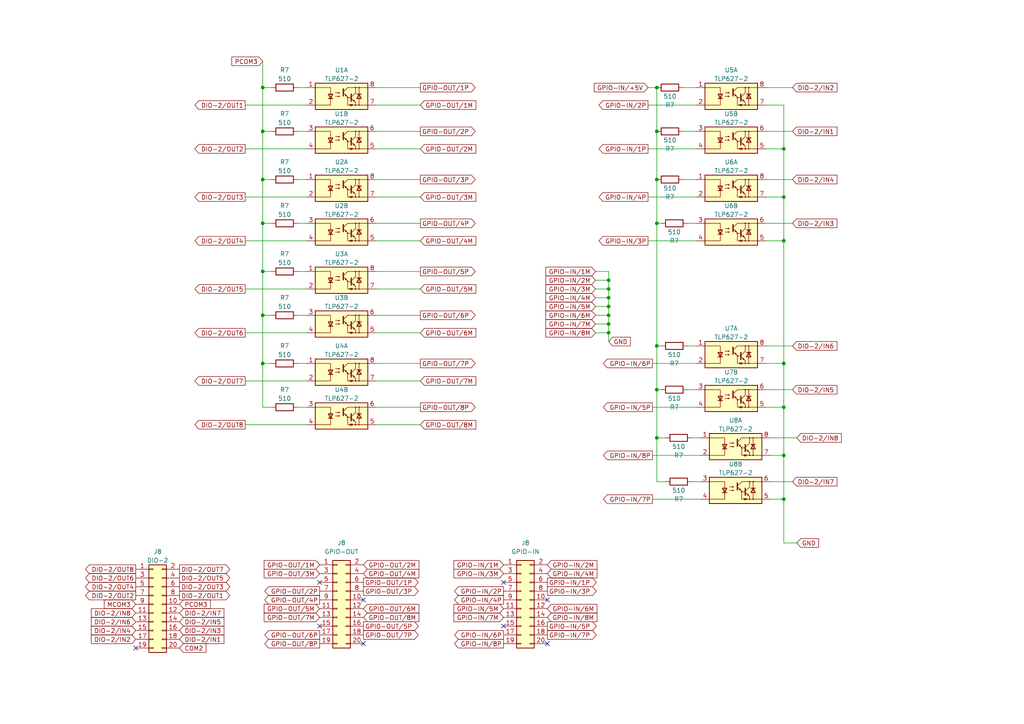
<source format=kicad_sch>
(kicad_sch (version 20230121) (generator eeschema)
  (paper "A4")
  (lib_symbols
    (symbol "Connector_Generic:Conn_02x10_Odd_Even" (pin_names (offset 1.016) hide)
      (property "Reference" "J" (at 1.27 12.7 0))
      (property "Value" "Conn_02x10_Odd_Even" (at 1.27 -15.24 0))
      (symbol "Conn_02x10_Odd_Even_1_1"
        (rectangle (start -1.27 -12.573) (end 0 -12.827) (stroke (width 0.1524)))
        (rectangle (start -1.27 -10.033) (end 0 -10.287) (stroke (width 0.1524)))
        (rectangle (start -1.27 -7.493) (end 0 -7.747) (stroke (width 0.1524)))
        (rectangle (start -1.27 -4.953) (end 0 -5.207) (stroke (width 0.1524)))
        (rectangle (start -1.27 -2.413) (end 0 -2.667) (stroke (width 0.1524)))
        (rectangle (start -1.27 0.127) (end 0 -0.127) (stroke (width 0.1524)))
        (rectangle (start -1.27 2.667) (end 0 2.413) (stroke (width 0.1524)))
        (rectangle (start -1.27 5.207) (end 0 4.953) (stroke (width 0.1524)))
        (rectangle (start -1.27 7.747) (end 0 7.493) (stroke (width 0.1524)))
        (rectangle (start -1.27 10.287) (end 0 10.033) (stroke (width 0.1524)))
        (rectangle (start -1.27 11.43) (end 3.81 -13.97) (stroke (width 0.254)) (fill (type background)))
        (rectangle (start 3.81 -12.573) (end 2.54 -12.827) (stroke (width 0.1524)))
        (rectangle (start 3.81 -10.033) (end 2.54 -10.287) (stroke (width 0.1524)))
        (rectangle (start 3.81 -7.493) (end 2.54 -7.747) (stroke (width 0.1524)))
        (rectangle (start 3.81 -4.953) (end 2.54 -5.207) (stroke (width 0.1524)))
        (rectangle (start 3.81 -2.413) (end 2.54 -2.667) (stroke (width 0.1524)))
        (rectangle (start 3.81 0.127) (end 2.54 -0.127) (stroke (width 0.1524)))
        (rectangle (start 3.81 2.667) (end 2.54 2.413) (stroke (width 0.1524)))
        (rectangle (start 3.81 5.207) (end 2.54 4.953) (stroke (width 0.1524)))
        (rectangle (start 3.81 7.747) (end 2.54 7.493) (stroke (width 0.1524)))
        (rectangle (start 3.81 10.287) (end 2.54 10.033) (stroke (width 0.1524)))
        (pin passive line (at -5.08 10.16 0) (length 3.81) (name "Pin_1") (number "1"))
        (pin passive line (at 7.62 0 180) (length 3.81) (name "Pin_10") (number "10"))
        (pin passive line (at -5.08 -2.54 0) (length 3.81) (name "Pin_11") (number "11"))
        (pin passive line (at 7.62 -2.54 180) (length 3.81) (name "Pin_12") (number "12"))
        (pin passive line (at -5.08 -5.08 0) (length 3.81) (name "Pin_13") (number "13"))
        (pin passive line (at 7.62 -5.08 180) (length 3.81) (name "Pin_14") (number "14"))
        (pin passive line (at -5.08 -7.62 0) (length 3.81) (name "Pin_15") (number "15"))
        (pin passive line (at 7.62 -7.62 180) (length 3.81) (name "Pin_16") (number "16"))
        (pin passive line (at -5.08 -10.16 0) (length 3.81) (name "Pin_17") (number "17"))
        (pin passive line (at 7.62 -10.16 180) (length 3.81) (name "Pin_18") (number "18"))
        (pin passive line (at -5.08 -12.7 0) (length 3.81) (name "Pin_19") (number "19"))
        (pin passive line (at 7.62 10.16 180) (length 3.81) (name "Pin_2") (number "2"))
        (pin passive line (at 7.62 -12.7 180) (length 3.81) (name "Pin_20") (number "20"))
        (pin passive line (at -5.08 7.62 0) (length 3.81) (name "Pin_3") (number "3"))
        (pin passive line (at 7.62 7.62 180) (length 3.81) (name "Pin_4") (number "4"))
        (pin passive line (at -5.08 5.08 0) (length 3.81) (name "Pin_5") (number "5"))
        (pin passive line (at 7.62 5.08 180) (length 3.81) (name "Pin_6") (number "6"))
        (pin passive line (at -5.08 2.54 0) (length 3.81) (name "Pin_7") (number "7"))
        (pin passive line (at 7.62 2.54 180) (length 3.81) (name "Pin_8") (number "8"))
        (pin passive line (at -5.08 0 0) (length 3.81) (name "Pin_9") (number "9"))
      )
    )
    (symbol "Device:R" (pin_numbers hide) (pin_names (offset 0))
      (property "Reference" "R" (at 2.032 0 90))
      (property "Value" "R" (at 0 0 90))
      (symbol "R_0_1"
        (rectangle (start -1.016 -2.54) (end 1.016 2.54) (stroke (width 0.254)))
      )
      (symbol "R_1_1"
        (pin passive line (at 0 3.81 270) (length 1.27) (name "~") (number "1"))
        (pin passive line (at 0 -3.81 90) (length 1.27) (name "~") (number "2"))
      )
    )
    (symbol "Isolator:TLP627-2" (pin_names (offset 1.016))
      (property "Reference" "U" (at -7.62 5.08 0))
      (property "Value" "TLP627-2" (at 0 5.08 0))
      (symbol "TLP627-2_0_1"
        (rectangle (start -7.62 3.81) (end 7.62 -3.81) (stroke (width 0.254)) (fill (type background)))
        (polyline (pts (xy -3.81 -0.635) (xy -2.54 -0.635)) (stroke (width 0.254)))
        (polyline (pts (xy 0.508 1.016) (xy 1.778 -0.254)))
        (polyline (pts (xy 0.508 1.27) (xy 1.778 2.54)))
        (polyline (pts (xy 0.508 2.159) (xy 0.508 0.127)) (stroke (width 0.3556)))
        (polyline (pts (xy 1.778 2.54) (xy 7.62 2.54)))
        (polyline (pts (xy 2.794 -0.508) (xy 4.064 -1.778)))
        (polyline (pts (xy 2.794 -0.381) (xy 1.778 -0.381)))
        (polyline (pts (xy 2.794 -0.254) (xy 4.064 1.016)))
        (polyline (pts (xy 4.064 -2.54) (xy 7.62 -2.54)))
        (polyline (pts (xy 4.064 -1.778) (xy 4.064 -2.54)))
        (polyline (pts (xy 4.064 1.016) (xy 4.064 2.54)))
        (polyline (pts (xy 4.445 0.635) (xy 5.715 0.635)) (stroke (width 0.254)))
        (polyline (pts (xy 5.08 0.635) (xy 5.08 -2.54)))
        (polyline (pts (xy 5.08 0.635) (xy 5.08 2.54)))
        (polyline (pts (xy -7.62 2.54) (xy -3.175 2.54) (xy -3.175 -0.762)))
        (polyline (pts (xy -3.175 -0.635) (xy -3.175 -2.54) (xy -7.62 -2.54)))
        (polyline (pts (xy 2.794 0.635) (xy 2.794 -1.397) (xy 2.794 -1.397)) (stroke (width 0.3556)))
        (polyline (pts (xy -3.175 -0.635) (xy -3.81 0.635) (xy -2.54 0.635) (xy -3.175 -0.635)) (stroke (width 0.254)))
        (polyline (pts (xy 1.524 0) (xy 1.27 0.508) (xy 1.016 0.254) (xy 1.524 0)))
        (polyline (pts (xy 3.81 -1.524) (xy 3.556 -1.016) (xy 3.302 -1.27) (xy 3.81 -1.524)))
        (polyline (pts (xy 5.08 0.635) (xy 4.445 -0.635) (xy 5.715 -0.635) (xy 5.08 0.635)) (stroke (width 0.254)))
        (polyline (pts (xy -1.778 0) (xy -0.508 0) (xy -0.889 -0.127) (xy -0.889 0.127) (xy -0.508 0)))
        (polyline (pts (xy -1.778 1.016) (xy -0.508 1.016) (xy -0.889 0.889) (xy -0.889 1.143) (xy -0.508 1.016)))
        (polyline (pts (xy 1.778 -0.254) (xy 1.778 -2.54) (xy 2.286 -2.54) (xy 2.413 -2.286) (xy 2.54 -2.794) (xy 2.667 -2.286) (xy 2.794 -2.794) (xy 2.921 -2.286) (xy 3.048 -2.794) (xy 3.175 -2.286) (xy 3.302 -2.54) (xy 4.064 -2.54)))
        (circle (center 1.778 -0.381) (radius 0.127))
        (circle (center 4.064 -2.54) (radius 0.127))
        (circle (center 4.064 2.54) (radius 0.127))
        (circle (center 5.08 -2.54) (radius 0.127))
        (circle (center 5.08 2.54) (radius 0.127))
      )
      (symbol "TLP627-2_1_1"
        (pin passive line (at -10.16 2.54 0) (length 2.54) (name "~") (number "1"))
        (pin passive line (at -10.16 -2.54 0) (length 2.54) (name "~") (number "2"))
        (pin passive line (at 10.16 -2.54 180) (length 2.54) (name "~") (number "7"))
        (pin passive line (at 10.16 2.54 180) (length 2.54) (name "~") (number "8"))
      )
      (symbol "TLP627-2_2_1"
        (pin passive line (at -10.16 2.54 0) (length 2.54) (name "~") (number "3"))
        (pin passive line (at -10.16 -2.54 0) (length 2.54) (name "~") (number "4"))
        (pin passive line (at 10.16 -2.54 180) (length 2.54) (name "~") (number "5"))
        (pin passive line (at 10.16 2.54 180) (length 2.54) (name "~") (number "6"))
      )
    )
  )
  (junction (at 176.53 83.82))
  (junction (at 76.2 105.41))
  (junction (at 76.2 64.77))
  (junction (at 190.5 64.77))
  (junction (at 227.33 144.78))
  (junction (at 227.33 132.08))
  (junction (at 190.5 25.4))
  (junction (at 176.53 93.98))
  (junction (at 76.2 52.07))
  (junction (at 190.5 52.07))
  (junction (at 176.53 91.44))
  (junction (at 227.33 57.15))
  (junction (at 227.33 43.18))
  (junction (at 227.33 69.85))
  (junction (at 190.5 113.03))
  (junction (at 176.53 81.28))
  (junction (at 176.53 88.9))
  (junction (at 227.33 105.41))
  (junction (at 76.2 78.74))
  (junction (at 190.5 127))
  (junction (at 76.2 91.44))
  (junction (at 227.33 118.11))
  (junction (at 76.2 25.4))
  (junction (at 176.53 96.52))
  (junction (at 76.2 38.1))
  (junction (at 190.5 38.1))
  (junction (at 190.5 100.33))
  (junction (at 176.53 86.36))
  (no_connect (at 92.71 181.61))
  (no_connect (at 158.75 173.99))
  (no_connect (at 146.05 181.61))
  (no_connect (at 39.37 187.96))
  (no_connect (at 158.75 186.69))
  (no_connect (at 146.05 168.91))
  (no_connect (at 92.71 168.91))
  (no_connect (at 105.41 173.99))
  (no_connect (at 105.41 186.69))
  (wire (pts (xy 76.2 38.1) (xy 76.2 52.07)))
  (wire (pts (xy 76.2 64.77) (xy 76.2 78.74)))
  (wire (pts (xy 189.23 118.11) (xy 201.93 118.11)))
  (wire (pts (xy 190.5 100.33) (xy 190.5 64.77)))
  (wire (pts (xy 227.33 43.18) (xy 227.33 57.15)))
  (wire (pts (xy 109.22 91.44) (xy 121.92 91.44)))
  (wire (pts (xy 227.33 105.41) (xy 227.33 118.11)))
  (wire (pts (xy 109.22 38.1) (xy 121.92 38.1)))
  (wire (pts (xy 86.36 78.74) (xy 88.9 78.74)))
  (wire (pts (xy 86.36 38.1) (xy 88.9 38.1)))
  (wire (pts (xy 109.22 57.15) (xy 121.92 57.15)))
  (wire (pts (xy 199.39 113.03) (xy 201.93 113.03)))
  (wire (pts (xy 227.33 144.78) (xy 227.33 157.48)))
  (wire (pts (xy 76.2 38.1) (xy 78.74 38.1)))
  (wire (pts (xy 121.92 78.74) (xy 109.22 78.74)))
  (wire (pts (xy 223.52 132.08) (xy 227.33 132.08)))
  (wire (pts (xy 222.25 38.1) (xy 229.87 38.1)))
  (wire (pts (xy 190.5 127) (xy 190.5 113.03)))
  (wire (pts (xy 187.96 69.85) (xy 201.93 69.85)))
  (wire (pts (xy 191.77 100.33) (xy 190.5 100.33)))
  (wire (pts (xy 76.2 25.4) (xy 78.74 25.4)))
  (wire (pts (xy 172.72 88.9) (xy 176.53 88.9)))
  (wire (pts (xy 222.25 69.85) (xy 227.33 69.85)))
  (wire (pts (xy 176.53 78.74) (xy 176.53 81.28)))
  (wire (pts (xy 76.2 91.44) (xy 76.2 105.41)))
  (wire (pts (xy 200.66 139.7) (xy 203.2 139.7)))
  (wire (pts (xy 71.12 57.15) (xy 88.9 57.15)))
  (wire (pts (xy 109.22 110.49) (xy 121.92 110.49)))
  (wire (pts (xy 227.33 132.08) (xy 227.33 144.78)))
  (wire (pts (xy 109.22 105.41) (xy 121.92 105.41)))
  (wire (pts (xy 191.77 64.77) (xy 190.5 64.77)))
  (wire (pts (xy 76.2 52.07) (xy 76.2 64.77)))
  (wire (pts (xy 222.25 43.18) (xy 227.33 43.18)))
  (wire (pts (xy 71.12 96.52) (xy 88.9 96.52)))
  (wire (pts (xy 71.12 43.18) (xy 88.9 43.18)))
  (wire (pts (xy 187.96 43.18) (xy 201.93 43.18)))
  (wire (pts (xy 71.12 83.82) (xy 88.9 83.82)))
  (wire (pts (xy 190.5 64.77) (xy 190.5 52.07)))
  (wire (pts (xy 222.25 64.77) (xy 229.87 64.77)))
  (wire (pts (xy 190.5 139.7) (xy 190.5 127)))
  (wire (pts (xy 189.23 105.41) (xy 201.93 105.41)))
  (wire (pts (xy 109.22 96.52) (xy 121.92 96.52)))
  (wire (pts (xy 222.25 113.03) (xy 229.87 113.03)))
  (wire (pts (xy 223.52 139.7) (xy 229.87 139.7)))
  (wire (pts (xy 176.53 93.98) (xy 176.53 96.52)))
  (wire (pts (xy 76.2 91.44) (xy 78.74 91.44)))
  (wire (pts (xy 109.22 64.77) (xy 121.92 64.77)))
  (wire (pts (xy 176.53 88.9) (xy 176.53 91.44)))
  (wire (pts (xy 172.72 96.52) (xy 176.53 96.52)))
  (wire (pts (xy 200.66 127) (xy 203.2 127)))
  (wire (pts (xy 223.52 127) (xy 231.14 127)))
  (wire (pts (xy 172.72 93.98) (xy 176.53 93.98)))
  (wire (pts (xy 222.25 105.41) (xy 227.33 105.41)))
  (wire (pts (xy 71.12 110.49) (xy 88.9 110.49)))
  (wire (pts (xy 86.36 118.11) (xy 88.9 118.11)))
  (wire (pts (xy 172.72 83.82) (xy 176.53 83.82)))
  (wire (pts (xy 176.53 91.44) (xy 176.53 93.98)))
  (wire (pts (xy 190.5 113.03) (xy 190.5 100.33)))
  (wire (pts (xy 76.2 25.4) (xy 76.2 38.1)))
  (wire (pts (xy 227.33 157.48) (xy 231.14 157.48)))
  (wire (pts (xy 86.36 64.77) (xy 88.9 64.77)))
  (wire (pts (xy 223.52 144.78) (xy 227.33 144.78)))
  (wire (pts (xy 86.36 25.4) (xy 88.9 25.4)))
  (wire (pts (xy 172.72 78.74) (xy 176.53 78.74)))
  (wire (pts (xy 189.23 132.08) (xy 203.2 132.08)))
  (wire (pts (xy 76.2 78.74) (xy 76.2 91.44)))
  (wire (pts (xy 109.22 83.82) (xy 121.92 83.82)))
  (wire (pts (xy 86.36 52.07) (xy 88.9 52.07)))
  (wire (pts (xy 222.25 30.48) (xy 227.33 30.48)))
  (wire (pts (xy 76.2 78.74) (xy 78.74 78.74)))
  (wire (pts (xy 172.72 86.36) (xy 176.53 86.36)))
  (wire (pts (xy 176.53 96.52) (xy 176.53 99.06)))
  (wire (pts (xy 199.39 64.77) (xy 201.93 64.77)))
  (wire (pts (xy 176.53 86.36) (xy 176.53 88.9)))
  (wire (pts (xy 86.36 105.41) (xy 88.9 105.41)))
  (wire (pts (xy 109.22 52.07) (xy 121.92 52.07)))
  (wire (pts (xy 198.12 25.4) (xy 201.93 25.4)))
  (wire (pts (xy 121.92 118.11) (xy 109.22 118.11)))
  (wire (pts (xy 227.33 69.85) (xy 227.33 105.41)))
  (wire (pts (xy 76.2 118.11) (xy 78.74 118.11)))
  (wire (pts (xy 222.25 52.07) (xy 229.87 52.07)))
  (wire (pts (xy 71.12 69.85) (xy 88.9 69.85)))
  (wire (pts (xy 191.77 113.03) (xy 190.5 113.03)))
  (wire (pts (xy 109.22 30.48) (xy 121.92 30.48)))
  (wire (pts (xy 193.04 127) (xy 190.5 127)))
  (wire (pts (xy 172.72 91.44) (xy 176.53 91.44)))
  (wire (pts (xy 86.36 91.44) (xy 88.9 91.44)))
  (wire (pts (xy 198.12 38.1) (xy 201.93 38.1)))
  (wire (pts (xy 187.96 30.48) (xy 201.93 30.48)))
  (wire (pts (xy 71.12 30.48) (xy 88.9 30.48)))
  (wire (pts (xy 76.2 52.07) (xy 78.74 52.07)))
  (wire (pts (xy 76.2 64.77) (xy 78.74 64.77)))
  (wire (pts (xy 222.25 25.4) (xy 229.87 25.4)))
  (wire (pts (xy 109.22 123.19) (xy 121.92 123.19)))
  (wire (pts (xy 222.25 118.11) (xy 227.33 118.11)))
  (wire (pts (xy 109.22 43.18) (xy 121.92 43.18)))
  (wire (pts (xy 190.5 38.1) (xy 190.5 52.07)))
  (wire (pts (xy 198.12 52.07) (xy 201.93 52.07)))
  (wire (pts (xy 109.22 25.4) (xy 121.92 25.4)))
  (wire (pts (xy 222.25 57.15) (xy 227.33 57.15)))
  (wire (pts (xy 187.96 57.15) (xy 201.93 57.15)))
  (wire (pts (xy 222.25 100.33) (xy 229.87 100.33)))
  (wire (pts (xy 227.33 118.11) (xy 227.33 132.08)))
  (wire (pts (xy 227.33 30.48) (xy 227.33 43.18)))
  (wire (pts (xy 227.33 57.15) (xy 227.33 69.85)))
  (wire (pts (xy 190.5 25.4) (xy 190.5 38.1)))
  (wire (pts (xy 199.39 100.33) (xy 201.93 100.33)))
  (wire (pts (xy 76.2 17.78) (xy 76.2 25.4)))
  (wire (pts (xy 176.53 83.82) (xy 176.53 86.36)))
  (wire (pts (xy 172.72 81.28) (xy 176.53 81.28)))
  (wire (pts (xy 176.53 81.28) (xy 176.53 83.82)))
  (wire (pts (xy 193.04 139.7) (xy 190.5 139.7)))
  (wire (pts (xy 76.2 105.41) (xy 76.2 118.11)))
  (wire (pts (xy 71.12 123.19) (xy 88.9 123.19)))
  (wire (pts (xy 76.2 105.41) (xy 78.74 105.41)))
  (wire (pts (xy 187.96 25.4) (xy 190.5 25.4)))
  (wire (pts (xy 189.23 144.78) (xy 203.2 144.78)))
  (wire (pts (xy 109.22 69.85) (xy 121.92 69.85)))
  (global_label "DIO-2{slash}OUT5" (shape output) (at 71.12 83.82 180) (property "Intersheetrefs" "${INTERSHEET_REFS}" (effects hide)))
  (global_label "GPIO-IN{slash}6P" (shape output) (at 189.23 105.41 180) (property "Intersheetrefs" "${INTERSHEET_REFS}" (effects hide)))
  (global_label "GPIO-IN{slash}7M" (shape input) (at 146.05 179.07 180) (property "Intersheetrefs" "${INTERSHEET_REFS}" (effects hide)))
  (global_label "GPIO-OUT{slash}4M" (shape input) (at 105.41 166.37 0) (property "Intersheetrefs" "${INTERSHEET_REFS}" (effects hide)))
  (global_label "DIO-2{slash}IN4" (shape input) (at 39.37 182.88 180) (property "Intersheetrefs" "${INTERSHEET_REFS}" (effects hide)))
  (global_label "GPIO-IN{slash}2P" (shape output) (at 146.05 171.45 180) (property "Intersheetrefs" "${INTERSHEET_REFS}" (effects hide)))
  (global_label "DIO-2{slash}OUT3" (shape output) (at 52.07 170.18 0) (property "Intersheetrefs" "${INTERSHEET_REFS}" (effects hide)))
  (global_label "GPIO-IN{slash}6P" (shape output) (at 146.05 184.15 180) (property "Intersheetrefs" "${INTERSHEET_REFS}" (effects hide)))
  (global_label "GPIO-IN{slash}7M" (shape input) (at 172.72 93.98 180) (property "Intersheetrefs" "${INTERSHEET_REFS}" (effects hide)))
  (global_label "DIO-2{slash}OUT3" (shape output) (at 71.12 57.15 180) (property "Intersheetrefs" "${INTERSHEET_REFS}" (effects hide)))
  (global_label "GPIO-IN{slash}2M" (shape input) (at 158.75 163.83 0) (property "Intersheetrefs" "${INTERSHEET_REFS}" (effects hide)))
  (global_label "GPIO-OUT{slash}3M" (shape input) (at 121.92 57.15 0) (property "Intersheetrefs" "${INTERSHEET_REFS}" (effects hide)))
  (global_label "GPIO-IN{slash}3P" (shape output) (at 158.75 171.45 0) (property "Intersheetrefs" "${INTERSHEET_REFS}" (effects hide)))
  (global_label "GPIO-IN{slash}8M" (shape input) (at 158.75 179.07 0) (property "Intersheetrefs" "${INTERSHEET_REFS}" (effects hide)))
  (global_label "GPIO-OUT{slash}7M" (shape input) (at 121.92 110.49 0) (property "Intersheetrefs" "${INTERSHEET_REFS}" (effects hide)))
  (global_label "MCOM3" (shape input) (at 39.37 175.26 180) (property "Intersheetrefs" "${INTERSHEET_REFS}" (effects hide)))
  (global_label "GPIO-OUT{slash}2P" (shape output) (at 92.71 171.45 180) (property "Intersheetrefs" "${INTERSHEET_REFS}" (effects hide)))
  (global_label "GPIO-IN{slash}5P" (shape output) (at 158.75 181.61 0) (property "Intersheetrefs" "${INTERSHEET_REFS}" (effects hide)))
  (global_label "GPIO-IN{slash}2M" (shape input) (at 172.72 81.28 180) (property "Intersheetrefs" "${INTERSHEET_REFS}" (effects hide)))
  (global_label "GPIO-IN{slash}6M" (shape input) (at 158.75 176.53 0) (property "Intersheetrefs" "${INTERSHEET_REFS}" (effects hide)))
  (global_label "GPIO-IN{slash}7P" (shape output) (at 158.75 184.15 0) (property "Intersheetrefs" "${INTERSHEET_REFS}" (effects hide)))
  (global_label "GPIO-IN{slash}4M" (shape input) (at 158.75 166.37 0) (property "Intersheetrefs" "${INTERSHEET_REFS}" (effects hide)))
  (global_label "DIO-2{slash}IN8" (shape input) (at 39.37 177.8 180) (property "Intersheetrefs" "${INTERSHEET_REFS}" (effects hide)))
  (global_label "GPIO-OUT{slash}2M" (shape input) (at 121.92 43.18 0) (property "Intersheetrefs" "${INTERSHEET_REFS}" (effects hide)))
  (global_label "GPIO-IN{slash}4M" (shape input) (at 172.72 86.36 180) (property "Intersheetrefs" "${INTERSHEET_REFS}" (effects hide)))
  (global_label "GPIO-OUT{slash}1P" (shape output) (at 121.92 25.4 0) (property "Intersheetrefs" "${INTERSHEET_REFS}" (effects hide)))
  (global_label "DIO-2{slash}IN6" (shape input) (at 229.87 100.33 0) (property "Intersheetrefs" "${INTERSHEET_REFS}" (effects hide)))
  (global_label "GPIO-OUT{slash}3P" (shape output) (at 121.92 52.07 0) (property "Intersheetrefs" "${INTERSHEET_REFS}" (effects hide)))
  (global_label "DIO-2{slash}OUT8" (shape output) (at 71.12 123.19 180) (property "Intersheetrefs" "${INTERSHEET_REFS}" (effects hide)))
  (global_label "GPIO-IN{slash}1M" (shape input) (at 146.05 163.83 180) (property "Intersheetrefs" "${INTERSHEET_REFS}" (effects hide)))
  (global_label "GPIO-OUT{slash}1M" (shape input) (at 121.92 30.48 0) (property "Intersheetrefs" "${INTERSHEET_REFS}" (effects hide)))
  (global_label "DIO-2{slash}OUT7" (shape output) (at 52.07 165.1 0) (property "Intersheetrefs" "${INTERSHEET_REFS}" (effects hide)))
  (global_label "GPIO-IN{slash}5P" (shape output) (at 189.23 118.11 180) (property "Intersheetrefs" "${INTERSHEET_REFS}" (effects hide)))
  (global_label "GPIO-OUT{slash}1M" (shape input) (at 92.71 163.83 180) (property "Intersheetrefs" "${INTERSHEET_REFS}" (effects hide)))
  (global_label "PCOM3" (shape input) (at 52.07 175.26 0) (property "Intersheetrefs" "${INTERSHEET_REFS}" (effects hide)))
  (global_label "DIO-2{slash}OUT7" (shape output) (at 71.12 110.49 180) (property "Intersheetrefs" "${INTERSHEET_REFS}" (effects hide)))
  (global_label "GND" (shape input) (at 176.53 99.06 0) (property "Intersheetrefs" "${INTERSHEET_REFS}" (effects hide)))
  (global_label "GPIO-IN{slash}3M" (shape input) (at 146.05 166.37 180) (property "Intersheetrefs" "${INTERSHEET_REFS}" (effects hide)))
  (global_label "GPIO-IN{slash}3M" (shape input) (at 172.72 83.82 180) (property "Intersheetrefs" "${INTERSHEET_REFS}" (effects hide)))
  (global_label "DIO-2{slash}IN2" (shape input) (at 229.87 25.4 0) (property "Intersheetrefs" "${INTERSHEET_REFS}" (effects hide)))
  (global_label "GPIO-IN{slash}8P" (shape output) (at 189.23 132.08 180) (property "Intersheetrefs" "${INTERSHEET_REFS}" (effects hide)))
  (global_label "GND" (shape input) (at 231.14 157.48 0) (property "Intersheetrefs" "${INTERSHEET_REFS}" (effects hide)))
  (global_label "GPIO-OUT{slash}6M" (shape input) (at 105.41 176.53 0) (property "Intersheetrefs" "${INTERSHEET_REFS}" (effects hide)))
  (global_label "DIO-2{slash}IN3" (shape input) (at 52.07 182.88 0) (property "Intersheetrefs" "${INTERSHEET_REFS}" (effects hide)))
  (global_label "GPIO-OUT{slash}8M" (shape input) (at 121.92 123.19 0) (property "Intersheetrefs" "${INTERSHEET_REFS}" (effects hide)))
  (global_label "GPIO-OUT{slash}1P" (shape output) (at 105.41 168.91 0) (property "Intersheetrefs" "${INTERSHEET_REFS}" (effects hide)))
  (global_label "GPIO-IN{slash}5M" (shape input) (at 146.05 176.53 180) (property "Intersheetrefs" "${INTERSHEET_REFS}" (effects hide)))
  (global_label "DIO-2{slash}IN6" (shape input) (at 39.37 180.34 180) (property "Intersheetrefs" "${INTERSHEET_REFS}" (effects hide)))
  (global_label "GPIO-IN{slash}8P" (shape output) (at 146.05 186.69 180) (property "Intersheetrefs" "${INTERSHEET_REFS}" (effects hide)))
  (global_label "GPIO-OUT{slash}5P" (shape output) (at 105.41 181.61 0) (property "Intersheetrefs" "${INTERSHEET_REFS}" (effects hide)))
  (global_label "GPIO-IN{slash}1P" (shape output) (at 187.96 43.18 180) (property "Intersheetrefs" "${INTERSHEET_REFS}" (effects hide)))
  (global_label "GPIO-IN{slash}6M" (shape input) (at 172.72 91.44 180) (property "Intersheetrefs" "${INTERSHEET_REFS}" (effects hide)))
  (global_label "GPIO-OUT{slash}5P" (shape output) (at 121.92 78.74 0) (property "Intersheetrefs" "${INTERSHEET_REFS}" (effects hide)))
  (global_label "GPIO-IN{slash}8M" (shape input) (at 172.72 96.52 180) (property "Intersheetrefs" "${INTERSHEET_REFS}" (effects hide)))
  (global_label "GPIO-OUT{slash}8M" (shape input) (at 105.41 179.07 0) (property "Intersheetrefs" "${INTERSHEET_REFS}" (effects hide)))
  (global_label "DIO-2{slash}IN1" (shape input) (at 52.07 185.42 0) (property "Intersheetrefs" "${INTERSHEET_REFS}" (effects hide)))
  (global_label "GPIO-IN{slash}1P" (shape output) (at 158.75 168.91 0) (property "Intersheetrefs" "${INTERSHEET_REFS}" (effects hide)))
  (global_label "GPIO-OUT{slash}3P" (shape output) (at 105.41 171.45 0) (property "Intersheetrefs" "${INTERSHEET_REFS}" (effects hide)))
  (global_label "PCOM3" (shape input) (at 76.2 17.78 180) (property "Intersheetrefs" "${INTERSHEET_REFS}" (effects hide)))
  (global_label "GPIO-IN{slash}2P" (shape output) (at 187.96 30.48 180) (property "Intersheetrefs" "${INTERSHEET_REFS}" (effects hide)))
  (global_label "DIO-2{slash}OUT6" (shape output) (at 39.37 167.64 180) (property "Intersheetrefs" "${INTERSHEET_REFS}" (effects hide)))
  (global_label "DIO-2{slash}IN1" (shape input) (at 229.87 38.1 0) (property "Intersheetrefs" "${INTERSHEET_REFS}" (effects hide)))
  (global_label "DIO-2{slash}OUT1" (shape output) (at 52.07 172.72 0) (property "Intersheetrefs" "${INTERSHEET_REFS}" (effects hide)))
  (global_label "GPIO-IN{slash}+5V" (shape input) (at 187.96 25.4 180) (property "Intersheetrefs" "${INTERSHEET_REFS}" (effects hide)))
  (global_label "GPIO-OUT{slash}5M" (shape input) (at 92.71 176.53 180) (property "Intersheetrefs" "${INTERSHEET_REFS}" (effects hide)))
  (global_label "DIO-2{slash}IN7" (shape input) (at 229.87 139.7 0) (property "Intersheetrefs" "${INTERSHEET_REFS}" (effects hide)))
  (global_label "DIO-2{slash}OUT2" (shape output) (at 71.12 43.18 180) (property "Intersheetrefs" "${INTERSHEET_REFS}" (effects hide)))
  (global_label "GPIO-OUT{slash}4P" (shape output) (at 92.71 173.99 180) (property "Intersheetrefs" "${INTERSHEET_REFS}" (effects hide)))
  (global_label "DIO-2{slash}OUT6" (shape output) (at 71.12 96.52 180) (property "Intersheetrefs" "${INTERSHEET_REFS}" (effects hide)))
  (global_label "DIO-2{slash}IN2" (shape input) (at 39.37 185.42 180) (property "Intersheetrefs" "${INTERSHEET_REFS}" (effects hide)))
  (global_label "DIO-2{slash}IN3" (shape input) (at 229.87 64.77 0) (property "Intersheetrefs" "${INTERSHEET_REFS}" (effects hide)))
  (global_label "GPIO-IN{slash}1M" (shape input) (at 172.72 78.74 180) (property "Intersheetrefs" "${INTERSHEET_REFS}" (effects hide)))
  (global_label "GPIO-IN{slash}5M" (shape input) (at 172.72 88.9 180) (property "Intersheetrefs" "${INTERSHEET_REFS}" (effects hide)))
  (global_label "GPIO-OUT{slash}7P" (shape output) (at 121.92 105.41 0) (property "Intersheetrefs" "${INTERSHEET_REFS}" (effects hide)))
  (global_label "GPIO-IN{slash}4P" (shape output) (at 187.96 57.15 180) (property "Intersheetrefs" "${INTERSHEET_REFS}" (effects hide)))
  (global_label "GPIO-OUT{slash}2P" (shape output) (at 121.92 38.1 0) (property "Intersheetrefs" "${INTERSHEET_REFS}" (effects hide)))
  (global_label "DIO-2{slash}IN8" (shape input) (at 231.14 127 0) (property "Intersheetrefs" "${INTERSHEET_REFS}" (effects hide)))
  (global_label "GPIO-OUT{slash}7M" (shape input) (at 92.71 179.07 180) (property "Intersheetrefs" "${INTERSHEET_REFS}" (effects hide)))
  (global_label "COM2" (shape input) (at 52.07 187.96 0) (property "Intersheetrefs" "${INTERSHEET_REFS}" (effects hide)))
  (global_label "GPIO-IN{slash}4P" (shape output) (at 146.05 173.99 180) (property "Intersheetrefs" "${INTERSHEET_REFS}" (effects hide)))
  (global_label "DIO-2{slash}IN4" (shape input) (at 229.87 52.07 0) (property "Intersheetrefs" "${INTERSHEET_REFS}" (effects hide)))
  (global_label "GPIO-OUT{slash}6M" (shape input) (at 121.92 96.52 0) (property "Intersheetrefs" "${INTERSHEET_REFS}" (effects hide)))
  (global_label "DIO-2{slash}OUT1" (shape output) (at 71.12 30.48 180) (property "Intersheetrefs" "${INTERSHEET_REFS}" (effects hide)))
  (global_label "GPIO-OUT{slash}4M" (shape input) (at 121.92 69.85 0) (property "Intersheetrefs" "${INTERSHEET_REFS}" (effects hide)))
  (global_label "DIO-2{slash}OUT4" (shape output) (at 39.37 170.18 180) (property "Intersheetrefs" "${INTERSHEET_REFS}" (effects hide)))
  (global_label "DIO-2{slash}IN7" (shape input) (at 52.07 177.8 0) (property "Intersheetrefs" "${INTERSHEET_REFS}" (effects hide)))
  (global_label "GPIO-OUT{slash}5M" (shape input) (at 121.92 83.82 0) (property "Intersheetrefs" "${INTERSHEET_REFS}" (effects hide)))
  (global_label "GPIO-OUT{slash}8P" (shape output) (at 92.71 186.69 180) (property "Intersheetrefs" "${INTERSHEET_REFS}" (effects hide)))
  (global_label "DIO-2{slash}OUT2" (shape output) (at 39.37 172.72 180) (property "Intersheetrefs" "${INTERSHEET_REFS}" (effects hide)))
  (global_label "DIO-2{slash}IN5" (shape input) (at 229.87 113.03 0) (property "Intersheetrefs" "${INTERSHEET_REFS}" (effects hide)))
  (global_label "GPIO-IN{slash}7P" (shape output) (at 189.23 144.78 180) (property "Intersheetrefs" "${INTERSHEET_REFS}" (effects hide)))
  (global_label "DIO-2{slash}OUT4" (shape output) (at 71.12 69.85 180) (property "Intersheetrefs" "${INTERSHEET_REFS}" (effects hide)))
  (global_label "DIO-2{slash}OUT8" (shape output) (at 39.37 165.1 180) (property "Intersheetrefs" "${INTERSHEET_REFS}" (effects hide)))
  (global_label "GPIO-OUT{slash}6P" (shape output) (at 121.92 91.44 0) (property "Intersheetrefs" "${INTERSHEET_REFS}" (effects hide)))
  (global_label "GPIO-OUT{slash}4P" (shape output) (at 121.92 64.77 0) (property "Intersheetrefs" "${INTERSHEET_REFS}" (effects hide)))
  (global_label "GPIO-OUT{slash}7P" (shape output) (at 105.41 184.15 0) (property "Intersheetrefs" "${INTERSHEET_REFS}" (effects hide)))
  (global_label "GPIO-OUT{slash}6P" (shape output) (at 92.71 184.15 180) (property "Intersheetrefs" "${INTERSHEET_REFS}" (effects hide)))
  (global_label "DIO-2{slash}OUT5" (shape output) (at 52.07 167.64 0) (property "Intersheetrefs" "${INTERSHEET_REFS}" (effects hide)))
  (global_label "GPIO-OUT{slash}3M" (shape input) (at 92.71 166.37 180) (property "Intersheetrefs" "${INTERSHEET_REFS}" (effects hide)))
  (global_label "GPIO-OUT{slash}2M" (shape input) (at 105.41 163.83 0) (property "Intersheetrefs" "${INTERSHEET_REFS}" (effects hide)))
  (global_label "DIO-2{slash}IN5" (shape input) (at 52.07 180.34 0) (property "Intersheetrefs" "${INTERSHEET_REFS}" (effects hide)))
  (global_label "GPIO-IN{slash}3P" (shape output) (at 187.96 69.85 180) (property "Intersheetrefs" "${INTERSHEET_REFS}" (effects hide)))
  (global_label "GPIO-OUT{slash}8P" (shape output) (at 121.92 118.11 0) (property "Intersheetrefs" "${INTERSHEET_REFS}" (effects hide)))
  (symbol (lib_id "Device:R") (at 194.31 52.07 270) (unit 1)
    (property "Reference" "R7" (at 194.31 57.15 90))
    (property "Value" "510" (at 194.31 54.61 90))
    (property "Footprint" "Resistor_THT:R_Axial_DIN0207_L6.3mm_D2.5mm_P10.16mm_Horizontal" (effects hide))
    (instances (project "CoughController" (path "" (reference "R7") (unit 1)) (path "" (reference "R19") (unit 1))))
  )
  (symbol (lib_id "Isolator:TLP627-2") (at 212.09 67.31 0) (unit 2)
    (property "Reference" "U6" (at 212.09 59.69 0))
    (property "Value" "TLP627-2" (at 212.09 62.23 0))
    (property "Footprint" "Package_DIP:DIP-8_W7.62mm" (effects hide))
    (property "Datasheet" "https://toshiba.semicon-storage.com/info/docget.jsp?did=16914&prodName=TLP627" (effects hide))
  )
  (symbol (lib_id "Isolator:TLP627-2") (at 212.09 102.87 0) (unit 1)
    (property "Reference" "U7" (at 212.09 95.25 0))
    (property "Value" "TLP627-2" (at 212.09 97.79 0))
    (property "Footprint" "Package_DIP:DIP-8_W7.62mm" (effects hide))
    (property "Datasheet" "https://toshiba.semicon-storage.com/info/docget.jsp?did=16914&prodName=TLP627" (effects hide))
  )
  (symbol (lib_id "Device:R") (at 82.55 52.07 270) (unit 1)
    (property "Reference" "R7" (at 82.55 46.99 90))
    (property "Value" "510" (at 82.55 49.53 90))
    (property "Footprint" "Resistor_THT:R_Axial_DIN0207_L6.3mm_D2.5mm_P10.16mm_Horizontal" (effects hide))
    (instances (project "CoughController" (path "" (reference "R7") (unit 1)) (path "" (reference "R11") (unit 1))))
  )
  (symbol (lib_id "Device:R") (at 195.58 64.77 270) (unit 1)
    (property "Reference" "R7" (at 195.58 69.85 90))
    (property "Value" "510" (at 195.58 67.31 90))
    (property "Footprint" "Resistor_THT:R_Axial_DIN0207_L6.3mm_D2.5mm_P10.16mm_Horizontal" (effects hide))
    (instances (project "CoughController" (path "" (reference "R7") (unit 1)) (path "" (reference "R20") (unit 1))))
  )
  (symbol (lib_id "Connector_Generic:Conn_02x10_Odd_Even") (at 151.13 173.99 0) (unit 1)
    (property "Reference" "J8" (at 152.4 157.48 0))
    (property "Value" "GPIO-IN" (at 152.4 160.02 0))
    (property "Footprint" "BoxHeader:BoxHeader_2x10_P2.54mm_Vertical" (effects hide))
    (instances (project "CoughController" (path "" (reference "J8") (unit 1)) (path "" (reference "J3") (unit 1)) (path "" (reference "J6") (unit 1))))
  )
  (symbol (lib_id "Device:R") (at 195.58 100.33 270) (unit 1)
    (property "Reference" "R7" (at 195.58 105.41 90))
    (property "Value" "510" (at 195.58 102.87 90))
    (property "Footprint" "Resistor_THT:R_Axial_DIN0207_L6.3mm_D2.5mm_P10.16mm_Horizontal" (effects hide))
    (instances (project "CoughController" (path "" (reference "R7") (unit 1)) (path "" (reference "R22") (unit 1))))
  )
  (symbol (lib_id "Isolator:TLP627-2") (at 99.06 27.94 0) (unit 1)
    (property "Reference" "U1" (at 99.06 20.32 0))
    (property "Value" "TLP627-2" (at 99.06 22.86 0))
    (property "Footprint" "Package_DIP:DIP-8_W7.62mm" (effects hide))
    (property "Datasheet" "https://toshiba.semicon-storage.com/info/docget.jsp?did=16914&prodName=TLP627" (effects hide))
  )
  (symbol (lib_id "Isolator:TLP627-2") (at 99.06 54.61 0) (unit 1)
    (property "Reference" "U2" (at 99.06 46.99 0))
    (property "Value" "TLP627-2" (at 99.06 49.53 0))
    (property "Footprint" "Package_DIP:DIP-8_W7.62mm" (effects hide))
    (property "Datasheet" "https://toshiba.semicon-storage.com/info/docget.jsp?did=16914&prodName=TLP627" (effects hide))
  )
  (symbol (lib_id "Isolator:TLP627-2") (at 99.06 93.98 0) (unit 2)
    (property "Reference" "U3" (at 99.06 86.36 0))
    (property "Value" "TLP627-2" (at 99.06 88.9 0))
    (property "Footprint" "Package_DIP:DIP-8_W7.62mm" (effects hide))
    (property "Datasheet" "https://toshiba.semicon-storage.com/info/docget.jsp?did=16914&prodName=TLP627" (effects hide))
  )
  (symbol (lib_id "Device:R") (at 82.55 25.4 270) (unit 1)
    (property "Reference" "R7" (at 82.55 20.32 90))
    (property "Value" "510" (at 82.55 22.86 90))
    (property "Footprint" "Resistor_THT:R_Axial_DIN0207_L6.3mm_D2.5mm_P10.16mm_Horizontal" (effects hide))
    (instances (project "CoughController" (path "" (reference "R7") (unit 1)) (path "" (reference "R9") (unit 1))))
  )
  (symbol (lib_id "Isolator:TLP627-2") (at 212.09 40.64 0) (unit 2)
    (property "Reference" "U5" (at 212.09 33.02 0))
    (property "Value" "TLP627-2" (at 212.09 35.56 0))
    (property "Footprint" "Package_DIP:DIP-8_W7.62mm" (effects hide))
    (property "Datasheet" "https://toshiba.semicon-storage.com/info/docget.jsp?did=16914&prodName=TLP627" (effects hide))
  )
  (symbol (lib_id "Isolator:TLP627-2") (at 213.36 129.54 0) (unit 1)
    (property "Reference" "U8" (at 213.36 121.92 0))
    (property "Value" "TLP627-2" (at 213.36 124.46 0))
    (property "Footprint" "Package_DIP:DIP-8_W7.62mm" (effects hide))
    (property "Datasheet" "https://toshiba.semicon-storage.com/info/docget.jsp?did=16914&prodName=TLP627" (effects hide))
  )
  (symbol (lib_id "Device:R") (at 82.55 105.41 270) (unit 1)
    (property "Reference" "R7" (at 82.55 100.33 90))
    (property "Value" "510" (at 82.55 102.87 90))
    (property "Footprint" "Resistor_THT:R_Axial_DIN0207_L6.3mm_D2.5mm_P10.16mm_Horizontal" (effects hide))
    (instances (project "CoughController" (path "" (reference "R7") (unit 1)) (path "" (reference "R15") (unit 1))))
  )
  (symbol (lib_id "Isolator:TLP627-2") (at 99.06 107.95 0) (unit 1)
    (property "Reference" "U4" (at 99.06 100.33 0))
    (property "Value" "TLP627-2" (at 99.06 102.87 0))
    (property "Footprint" "Package_DIP:DIP-8_W7.62mm" (effects hide))
    (property "Datasheet" "https://toshiba.semicon-storage.com/info/docget.jsp?did=16914&prodName=TLP627" (effects hide))
  )
  (symbol (lib_id "Connector_Generic:Conn_02x10_Odd_Even") (at 44.45 175.26 0) (unit 1)
    (property "Reference" "J8" (at 45.72 160.02 0))
    (property "Value" "DIO-2" (at 45.72 162.56 0))
    (property "Footprint" "BoxHeader:BoxHeader_2x10_P2.54mm_Vertical" (effects hide))
    (instances (project "CoughController" (path "" (reference "J8") (unit 1)) (path "" (reference "J3") (unit 1)) (path "" (reference "J4") (unit 1))))
  )
  (symbol (lib_id "Isolator:TLP627-2") (at 99.06 67.31 0) (unit 2)
    (property "Reference" "U2" (at 99.06 59.69 0))
    (property "Value" "TLP627-2" (at 99.06 62.23 0))
    (property "Footprint" "Package_DIP:DIP-8_W7.62mm" (effects hide))
    (property "Datasheet" "https://toshiba.semicon-storage.com/info/docget.jsp?did=16914&prodName=TLP627" (effects hide))
  )
  (symbol (lib_id "Device:R") (at 82.55 118.11 270) (unit 1)
    (property "Reference" "R7" (at 82.55 113.03 90))
    (property "Value" "510" (at 82.55 115.57 90))
    (property "Footprint" "Resistor_THT:R_Axial_DIN0207_L6.3mm_D2.5mm_P10.16mm_Horizontal" (effects hide))
    (instances (project "CoughController" (path "" (reference "R7") (unit 1)) (path "" (reference "R16") (unit 1))))
  )
  (symbol (lib_id "Isolator:TLP627-2") (at 212.09 54.61 0) (unit 1)
    (property "Reference" "U6" (at 212.09 46.99 0))
    (property "Value" "TLP627-2" (at 212.09 49.53 0))
    (property "Footprint" "Package_DIP:DIP-8_W7.62mm" (effects hide))
    (property "Datasheet" "https://toshiba.semicon-storage.com/info/docget.jsp?did=16914&prodName=TLP627" (effects hide))
  )
  (symbol (lib_id "Device:R") (at 194.31 25.4 270) (unit 1)
    (property "Reference" "R7" (at 194.31 30.48 90))
    (property "Value" "510" (at 194.31 27.94 90))
    (property "Footprint" "Resistor_THT:R_Axial_DIN0207_L6.3mm_D2.5mm_P10.16mm_Horizontal" (effects hide))
    (instances (project "CoughController" (path "" (reference "R7") (unit 1)) (path "" (reference "R17") (unit 1))))
  )
  (symbol (lib_id "Device:R") (at 195.58 113.03 270) (unit 1)
    (property "Reference" "R7" (at 195.58 118.11 90))
    (property "Value" "510" (at 195.58 115.57 90))
    (property "Footprint" "Resistor_THT:R_Axial_DIN0207_L6.3mm_D2.5mm_P10.16mm_Horizontal" (effects hide))
    (instances (project "CoughController" (path "" (reference "R7") (unit 1)) (path "" (reference "R21") (unit 1))))
  )
  (symbol (lib_id "Isolator:TLP627-2") (at 99.06 81.28 0) (unit 1)
    (property "Reference" "U3" (at 99.06 73.66 0))
    (property "Value" "TLP627-2" (at 99.06 76.2 0))
    (property "Footprint" "Package_DIP:DIP-8_W7.62mm" (effects hide))
    (property "Datasheet" "https://toshiba.semicon-storage.com/info/docget.jsp?did=16914&prodName=TLP627" (effects hide))
  )
  (symbol (lib_id "Connector_Generic:Conn_02x10_Odd_Even") (at 97.79 173.99 0) (unit 1)
    (property "Reference" "J8" (at 99.06 157.48 0))
    (property "Value" "GPIO-OUT" (at 99.06 160.02 0))
    (property "Footprint" "BoxHeader:BoxHeader_2x10_P2.54mm_Vertical" (effects hide))
    (instances (project "CoughController" (path "" (reference "J8") (unit 1)) (path "" (reference "J3") (unit 1)) (path "" (reference "J5") (unit 1))))
  )
  (symbol (lib_id "Isolator:TLP627-2") (at 212.09 115.57 0) (unit 2)
    (property "Reference" "U7" (at 212.09 107.95 0))
    (property "Value" "TLP627-2" (at 212.09 110.49 0))
    (property "Footprint" "Package_DIP:DIP-8_W7.62mm" (effects hide))
    (property "Datasheet" "https://toshiba.semicon-storage.com/info/docget.jsp?did=16914&prodName=TLP627" (effects hide))
  )
  (symbol (lib_id "Isolator:TLP627-2") (at 212.09 27.94 0) (unit 1)
    (property "Reference" "U5" (at 212.09 20.32 0))
    (property "Value" "TLP627-2" (at 212.09 22.86 0))
    (property "Footprint" "Package_DIP:DIP-8_W7.62mm" (effects hide))
    (property "Datasheet" "https://toshiba.semicon-storage.com/info/docget.jsp?did=16914&prodName=TLP627" (effects hide))
  )
  (symbol (lib_id "Isolator:TLP627-2") (at 213.36 142.24 0) (unit 2)
    (property "Reference" "U8" (at 213.36 134.62 0))
    (property "Value" "TLP627-2" (at 213.36 137.16 0))
    (property "Footprint" "Package_DIP:DIP-8_W7.62mm" (effects hide))
    (property "Datasheet" "https://toshiba.semicon-storage.com/info/docget.jsp?did=16914&prodName=TLP627" (effects hide))
  )
  (symbol (lib_id "Device:R") (at 82.55 78.74 270) (unit 1)
    (property "Reference" "R7" (at 82.55 73.66 90))
    (property "Value" "510" (at 82.55 76.2 90))
    (property "Footprint" "Resistor_THT:R_Axial_DIN0207_L6.3mm_D2.5mm_P10.16mm_Horizontal" (effects hide))
    (instances (project "CoughController" (path "" (reference "R7") (unit 1)) (path "" (reference "R13") (unit 1))))
  )
  (symbol (lib_id "Isolator:TLP627-2") (at 99.06 120.65 0) (unit 2)
    (property "Reference" "U4" (at 99.06 113.03 0))
    (property "Value" "TLP627-2" (at 99.06 115.57 0))
    (property "Footprint" "Package_DIP:DIP-8_W7.62mm" (effects hide))
    (property "Datasheet" "https://toshiba.semicon-storage.com/info/docget.jsp?did=16914&prodName=TLP627" (effects hide))
  )
  (symbol (lib_id "Device:R") (at 82.55 64.77 270) (unit 1)
    (property "Reference" "R7" (at 82.55 59.69 90))
    (property "Value" "510" (at 82.55 62.23 90))
    (property "Footprint" "Resistor_THT:R_Axial_DIN0207_L6.3mm_D2.5mm_P10.16mm_Horizontal" (effects hide))
    (instances (project "CoughController" (path "" (reference "R7") (unit 1)) (path "" (reference "R12") (unit 1))))
  )
  (symbol (lib_id "Device:R") (at 196.85 127 270) (unit 1)
    (property "Reference" "R7" (at 196.85 132.08 90))
    (property "Value" "510" (at 196.85 129.54 90))
    (property "Footprint" "Resistor_THT:R_Axial_DIN0207_L6.3mm_D2.5mm_P10.16mm_Horizontal" (effects hide))
    (instances (project "CoughController" (path "" (reference "R7") (unit 1)) (path "" (reference "R24") (unit 1))))
  )
  (symbol (lib_id "Device:R") (at 196.85 139.7 270) (unit 1)
    (property "Reference" "R7" (at 196.85 144.78 90))
    (property "Value" "510" (at 196.85 142.24 90))
    (property "Footprint" "Resistor_THT:R_Axial_DIN0207_L6.3mm_D2.5mm_P10.16mm_Horizontal" (effects hide))
    (instances (project "CoughController" (path "" (reference "R7") (unit 1)) (path "" (reference "R23") (unit 1))))
  )
  (symbol (lib_id "Device:R") (at 194.31 38.1 270) (unit 1)
    (property "Reference" "R7" (at 194.31 43.18 90))
    (property "Value" "510" (at 194.31 40.64 90))
    (property "Footprint" "Resistor_THT:R_Axial_DIN0207_L6.3mm_D2.5mm_P10.16mm_Horizontal" (effects hide))
    (instances (project "CoughController" (path "" (reference "R7") (unit 1)) (path "" (reference "R18") (unit 1))))
  )
  (symbol (lib_id "Isolator:TLP627-2") (at 99.06 40.64 0) (unit 2)
    (property "Reference" "U1" (at 99.06 33.02 0))
    (property "Value" "TLP627-2" (at 99.06 35.56 0))
    (property "Footprint" "Package_DIP:DIP-8_W7.62mm" (effects hide))
    (property "Datasheet" "https://toshiba.semicon-storage.com/info/docget.jsp?did=16914&prodName=TLP627" (effects hide))
  )
  (symbol (lib_id "Device:R") (at 82.55 91.44 270) (unit 1)
    (property "Reference" "R7" (at 82.55 86.36 90))
    (property "Value" "510" (at 82.55 88.9 90))
    (property "Footprint" "Resistor_THT:R_Axial_DIN0207_L6.3mm_D2.5mm_P10.16mm_Horizontal" (effects hide))
    (instances (project "CoughController" (path "" (reference "R7") (unit 1)) (path "" (reference "R14") (unit 1))))
  )
  (symbol (lib_id "Device:R") (at 82.55 38.1 270) (unit 1)
    (property "Reference" "R7" (at 82.55 33.02 90))
    (property "Value" "510" (at 82.55 35.56 90))
    (property "Footprint" "Resistor_THT:R_Axial_DIN0207_L6.3mm_D2.5mm_P10.16mm_Horizontal" (effects hide))
    (instances (project "CoughController" (path "" (reference "R7") (unit 1)) (path "" (reference "R10") (unit 1))))
  )
)
</source>
